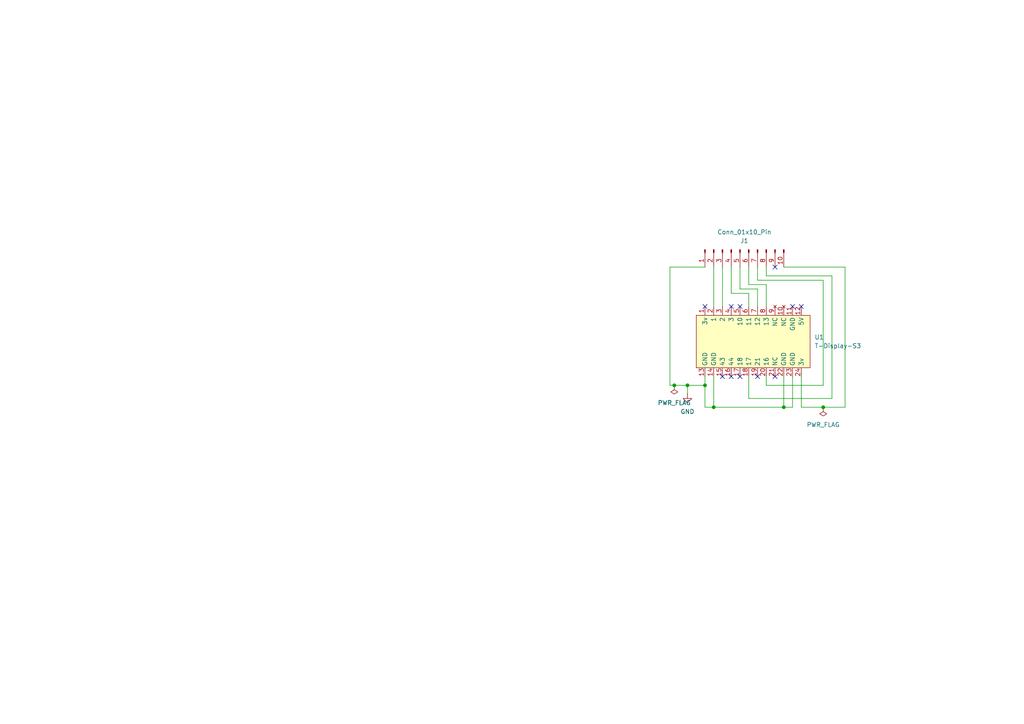
<source format=kicad_sch>
(kicad_sch (version 20250114) (generator "eeschema") (generator_version "9.0")
  (paper "A4")
  (title_block (title "heatctrl") (comment 1 "Central Controller for my floor heating system "))
  (lib_symbols
    (symbol "Connector:Conn_01x10_Pin" (pin_names (offset 1.016) (hide yes))
      (property "Reference" "J" (at 0 12.7 0))
      (property "Value" "Conn_01x10_Pin" (at 0 -15.24 0))
      (symbol "Conn_01x10_Pin_1_1"
        (rectangle (start 0.8636 10.287) (end 0 10.033) (stroke (width 0.1524)) (fill (type outline)))
        (rectangle (start 0.8636 7.747) (end 0 7.493) (stroke (width 0.1524)) (fill (type outline)))
        (rectangle (start 0.8636 5.207) (end 0 4.953) (stroke (width 0.1524)) (fill (type outline)))
        (rectangle (start 0.8636 2.667) (end 0 2.413) (stroke (width 0.1524)) (fill (type outline)))
        (rectangle (start 0.8636 0.127) (end 0 -0.127) (stroke (width 0.1524)) (fill (type outline)))
        (rectangle (start 0.8636 -2.413) (end 0 -2.667) (stroke (width 0.1524)) (fill (type outline)))
        (rectangle (start 0.8636 -4.953) (end 0 -5.207) (stroke (width 0.1524)) (fill (type outline)))
        (rectangle (start 0.8636 -7.493) (end 0 -7.747) (stroke (width 0.1524)) (fill (type outline)))
        (rectangle (start 0.8636 -10.033) (end 0 -10.287) (stroke (width 0.1524)) (fill (type outline)))
        (rectangle (start 0.8636 -12.573) (end 0 -12.827) (stroke (width 0.1524)) (fill (type outline)))
        (polyline (pts (xy 1.27 10.16) (xy 0.8636 10.16)) (stroke (width 0.1524)))
        (polyline (pts (xy 1.27 7.62) (xy 0.8636 7.62)) (stroke (width 0.1524)))
        (polyline (pts (xy 1.27 5.08) (xy 0.8636 5.08)) (stroke (width 0.1524)))
        (polyline (pts (xy 1.27 2.54) (xy 0.8636 2.54)) (stroke (width 0.1524)))
        (polyline (pts (xy 1.27 0) (xy 0.8636 0)) (stroke (width 0.1524)))
        (polyline (pts (xy 1.27 -2.54) (xy 0.8636 -2.54)) (stroke (width 0.1524)))
        (polyline (pts (xy 1.27 -5.08) (xy 0.8636 -5.08)) (stroke (width 0.1524)))
        (polyline (pts (xy 1.27 -7.62) (xy 0.8636 -7.62)) (stroke (width 0.1524)))
        (polyline (pts (xy 1.27 -10.16) (xy 0.8636 -10.16)) (stroke (width 0.1524)))
        (polyline (pts (xy 1.27 -12.7) (xy 0.8636 -12.7)) (stroke (width 0.1524)))
        (pin passive line (at 5.08 10.16 180) (length 3.81) (name "Pin_1") (number "1"))
        (pin passive line (at 5.08 7.62 180) (length 3.81) (name "Pin_2") (number "2"))
        (pin passive line (at 5.08 5.08 180) (length 3.81) (name "Pin_3") (number "3"))
        (pin passive line (at 5.08 2.54 180) (length 3.81) (name "Pin_4") (number "4"))
        (pin passive line (at 5.08 0 180) (length 3.81) (name "Pin_5") (number "5"))
        (pin passive line (at 5.08 -2.54 180) (length 3.81) (name "Pin_6") (number "6"))
        (pin passive line (at 5.08 -5.08 180) (length 3.81) (name "Pin_7") (number "7"))
        (pin passive line (at 5.08 -7.62 180) (length 3.81) (name "Pin_8") (number "8"))
        (pin passive line (at 5.08 -10.16 180) (length 3.81) (name "Pin_9") (number "9"))
        (pin passive line (at 5.08 -12.7 180) (length 3.81) (name "Pin_10") (number "10"))
      )
    )
    (symbol "LilyGo_T_Display_S3:T-Display-S3"
      (property "Reference" "U1" (at -6.3499 -1.27 90))
      (property "Value" "T-Display-S3" (at -8.8899 -1.27 90))
      (symbol "T-Display-S3_0_1"
        (rectangle (start -15.24 33.02) (end 0 0) (fill (type background)))
      )
      (symbol "T-Display-S3_1_1"
        (pin power_in line (at -17.78 30.48 0) (length 2.54) (name "GND") (number "13"))
        (pin power_in line (at -17.78 27.94 0) (length 2.54) (name "GND") (number "14"))
        (pin bidirectional line (at -17.78 25.4 0) (length 2.54) (name "43") (number "15"))
        (pin bidirectional line (at -17.78 22.86 0) (length 2.54) (name "44") (number "16"))
        (pin bidirectional line (at -17.78 20.32 0) (length 2.54) (name "18") (number "17"))
        (pin bidirectional line (at -17.78 17.78 0) (length 2.54) (name "17") (number "18"))
        (pin bidirectional line (at -17.78 15.24 0) (length 2.54) (name "21") (number "19"))
        (pin bidirectional line (at -17.78 12.7 0) (length 2.54) (name "16") (number "20"))
        (pin bidirectional line (at -17.78 10.16 0) (length 2.54) (name "NC") (number "21"))
        (pin power_in line (at -17.78 7.62 0) (length 2.54) (name "GND") (number "22"))
        (pin power_in line (at -17.78 5.08 0) (length 2.54) (name "GND") (number "23"))
        (pin power_in line (at -17.78 2.54 0) (length 2.54) (name "3v") (number "24"))
        (pin power_out line (at 2.54 30.48 180) (length 2.54) (name "3v") (number "1"))
        (pin bidirectional line (at 2.54 27.94 180) (length 2.54) (name "1") (number "2"))
        (pin bidirectional line (at 2.54 25.4 180) (length 2.54) (name "2") (number "3"))
        (pin bidirectional line (at 2.54 22.86 180) (length 2.54) (name "3") (number "4"))
        (pin bidirectional line (at 2.54 20.32 180) (length 2.54) (name "10") (number "5"))
        (pin bidirectional line (at 2.54 17.78 180) (length 2.54) (name "11") (number "6"))
        (pin bidirectional line (at 2.54 15.24 180) (length 2.54) (name "12") (number "7"))
        (pin bidirectional line (at 2.54 12.7 180) (length 2.54) (name "13") (number "8"))
        (pin no_connect line (at 2.54 10.16 180) (length 2.54) (name "NC") (number "9"))
        (pin no_connect line (at 2.54 7.62 180) (length 2.54) (name "NC") (number "10"))
        (pin power_in line (at 2.54 5.08 180) (length 2.54) (name "GND") (number "11"))
        (pin power_in line (at 2.54 2.54 180) (length 2.54) (name "5V") (number "12"))
      )
    )
    (symbol "power:GND" (power) (pin_numbers (hide yes)) (pin_names (offset 0) (hide yes))
      (property "Value" "GND" (at 0 -3.81 0))
      (symbol "GND_0_1"
        (polyline (pts (xy 0 0) (xy 0 -1.27) (xy 1.27 -1.27) (xy 0 -2.54) (xy -1.27 -1.27) (xy 0 -1.27)))
      )
      (symbol "GND_1_1"
        (pin power_in line (at 0 0 270) (length 0) (name "~") (number "1"))
      )
    )
    (symbol "power:PWR_FLAG" (power) (pin_numbers (hide yes)) (pin_names (offset 0) (hide yes))
      (property "Value" "PWR_FLAG" (at 0 3.81 0))
      (symbol "PWR_FLAG_0_0"
        (pin power_out line (at 0 0 90) (length 0) (name "~") (number "1"))
      )
      (symbol "PWR_FLAG_0_1"
        (polyline (pts (xy 0 0) (xy 0 1.27) (xy -1.016 1.905) (xy 0 2.54) (xy 1.016 1.905) (xy 0 1.27)))
      )
    )
  )
  (junction (at 238.76 118.11))
  (junction (at 204.47 111.76))
  (junction (at 199.39 111.76))
  (junction (at 195.58 111.76))
  (junction (at 227.33 118.11))
  (junction (at 207.01 118.11))
  (no_connect (at 214.63 88.9))
  (no_connect (at 229.87 88.9))
  (no_connect (at 204.47 88.9))
  (no_connect (at 209.55 109.22))
  (no_connect (at 212.09 109.22))
  (no_connect (at 219.71 109.22))
  (no_connect (at 212.09 88.9))
  (no_connect (at 224.79 77.47))
  (no_connect (at 214.63 109.22))
  (no_connect (at 224.79 109.22))
  (no_connect (at 232.41 88.9))
  (wire (pts (xy 214.63 77.47) (xy 214.63 83.82)))
  (wire (pts (xy 232.41 118.11) (xy 238.76 118.11)))
  (wire (pts (xy 195.58 111.76) (xy 194.31 111.76)))
  (wire (pts (xy 207.01 118.11) (xy 204.47 118.11)))
  (wire (pts (xy 209.55 77.47) (xy 209.55 88.9)))
  (wire (pts (xy 199.39 114.3) (xy 199.39 111.76)))
  (wire (pts (xy 222.25 82.55) (xy 217.17 82.55)))
  (wire (pts (xy 241.3 80.01) (xy 222.25 80.01)))
  (wire (pts (xy 222.25 109.22) (xy 222.25 111.76)))
  (wire (pts (xy 222.25 111.76) (xy 238.76 111.76)))
  (wire (pts (xy 238.76 81.28) (xy 219.71 81.28)))
  (wire (pts (xy 204.47 111.76) (xy 199.39 111.76)))
  (wire (pts (xy 204.47 109.22) (xy 204.47 111.76)))
  (wire (pts (xy 217.17 85.09) (xy 212.09 85.09)))
  (wire (pts (xy 227.33 109.22) (xy 227.33 118.11)))
  (wire (pts (xy 241.3 115.57) (xy 241.3 80.01)))
  (wire (pts (xy 222.25 88.9) (xy 222.25 82.55)))
  (wire (pts (xy 217.17 77.47) (xy 217.17 82.55)))
  (wire (pts (xy 227.33 77.47) (xy 245.11 77.47)))
  (wire (pts (xy 217.17 109.22) (xy 217.17 115.57)))
  (wire (pts (xy 194.31 77.47) (xy 204.47 77.47)))
  (wire (pts (xy 232.41 109.22) (xy 232.41 118.11)))
  (wire (pts (xy 219.71 81.28) (xy 219.71 77.47)))
  (wire (pts (xy 217.17 88.9) (xy 217.17 85.09)))
  (wire (pts (xy 207.01 109.22) (xy 207.01 118.11)))
  (wire (pts (xy 229.87 118.11) (xy 227.33 118.11)))
  (wire (pts (xy 222.25 80.01) (xy 222.25 77.47)))
  (wire (pts (xy 229.87 109.22) (xy 229.87 118.11)))
  (wire (pts (xy 194.31 77.47) (xy 194.31 111.76)))
  (wire (pts (xy 238.76 118.11) (xy 245.11 118.11)))
  (wire (pts (xy 227.33 118.11) (xy 207.01 118.11)))
  (wire (pts (xy 245.11 118.11) (xy 245.11 77.47)))
  (wire (pts (xy 204.47 111.76) (xy 204.47 118.11)))
  (wire (pts (xy 199.39 111.76) (xy 195.58 111.76)))
  (wire (pts (xy 219.71 88.9) (xy 219.71 83.82)))
  (wire (pts (xy 212.09 85.09) (xy 212.09 77.47)))
  (wire (pts (xy 219.71 83.82) (xy 214.63 83.82)))
  (wire (pts (xy 238.76 111.76) (xy 238.76 81.28)))
  (wire (pts (xy 207.01 77.47) (xy 207.01 88.9)))
  (wire (pts (xy 217.17 115.57) (xy 241.3 115.57)))
  (symbol (lib_id "power:PWR_FLAG") (at 195.58 111.76 180) (unit 1)
    (property "Reference" "#FLG01" (effects (hide yes)))
    (property "Value" "PWR_FLAG" (at 195.58 116.84 0))
    (property "Description" "Special symbol for telling ERC where power comes from" (effects (hide yes)))
  )
  (symbol (lib_id "power:PWR_FLAG") (at 238.76 118.11 180) (unit 1)
    (property "Reference" "#FLG02" (effects (hide yes)))
    (property "Value" "PWR_FLAG" (at 238.76 123.19 0))
    (property "Description" "Special symbol for telling ERC where power comes from" (effects (hide yes)))
  )
  (symbol (lib_id "power:GND") (at 199.39 114.3 0) (unit 1)
    (property "Reference" "#PWR01" (effects (hide yes)))
    (property "Value" "GND" (at 199.39 119.38 0))
    (property "Description" "Power symbol creates a global label with name \"GND\" , ground" (effects (hide yes)))
  )
  (symbol (lib_id "LilyGo_T_Display_S3:T-Display-S3") (at 234.95 91.44 90) (unit 1)
    (property "Reference" "U1" (at 236.22 97.7899 90) (effects (justify right)))
    (property "Value" "T-Display-S3" (at 236.22 100.3299 90) (effects (justify right)))
    (property "Footprint" "Lilygo_T_Display_S3:T-Display-S3" (effects (hide yes)))
  )
  (symbol (lib_id "Connector:Conn_01x10_Pin") (at 214.63 72.39 90) (mirror x) (unit 1)
    (property "Reference" "J1" (at 215.9 69.85 90))
    (property "Value" "Conn_01x10_Pin" (at 215.9 67.31 90))
    (property "Footprint" "Connector_PinSocket_2.54mm:PinSocket_1x10_P2.54mm_Vertical" (effects (hide yes)))
    (property "Description" "Generic connector, single row, 01x10, script generated" (effects (hide yes)))
  )
)
</source>
